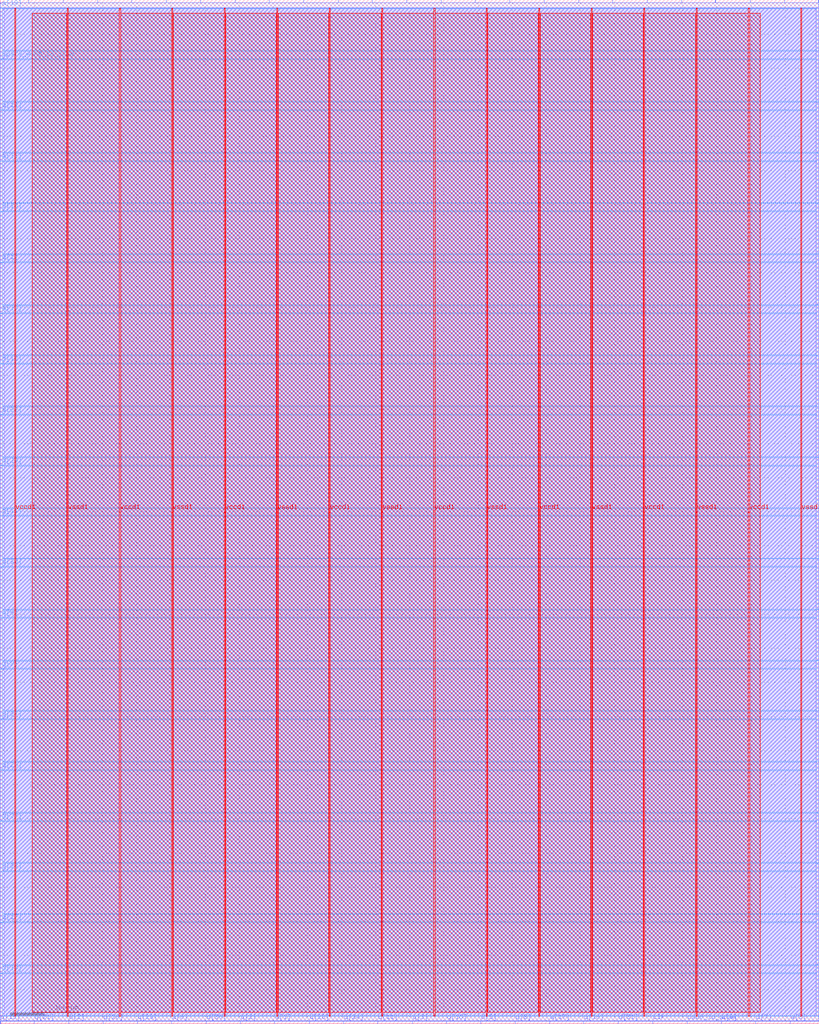
<source format=lef>
VERSION 5.7 ;
  NOWIREEXTENSIONATPIN ON ;
  DIVIDERCHAR "/" ;
  BUSBITCHARS "[]" ;
MACRO custom_sram
  CLASS BLOCK ;
  FOREIGN custom_sram ;
  ORIGIN 0.000 0.000 ;
  SIZE 1200.000 BY 1500.000 ;
  PIN a[0]
    DIRECTION INPUT ;
    USE SIGNAL ;
    PORT
      LAYER met2 ;
        RECT 251.250 0.000 251.530 4.000 ;
    END
  END a[0]
  PIN a[10]
    DIRECTION INPUT ;
    USE SIGNAL ;
    PORT
      LAYER met3 ;
        RECT 0.000 1040.440 4.000 1041.040 ;
    END
  END a[10]
  PIN a[11]
    DIRECTION INPUT ;
    USE SIGNAL ;
    PORT
      LAYER met3 ;
        RECT 0.000 1263.480 4.000 1264.080 ;
    END
  END a[11]
  PIN a[12]
    DIRECTION INPUT ;
    USE SIGNAL ;
    PORT
      LAYER met2 ;
        RECT 595.330 1496.000 595.610 1500.000 ;
    END
  END a[12]
  PIN a[13]
    DIRECTION INPUT ;
    USE SIGNAL ;
    PORT
      LAYER met2 ;
        RECT 242.970 1496.000 243.250 1500.000 ;
    END
  END a[13]
  PIN a[14]
    DIRECTION INPUT ;
    USE SIGNAL ;
    PORT
      LAYER met3 ;
        RECT 1196.000 160.520 1200.000 161.120 ;
    END
  END a[14]
  PIN a[15]
    DIRECTION INPUT ;
    USE SIGNAL ;
    PORT
      LAYER met3 ;
        RECT 1196.000 1202.280 1200.000 1202.880 ;
    END
  END a[15]
  PIN a[16]
    DIRECTION INPUT ;
    USE SIGNAL ;
    PORT
      LAYER met3 ;
        RECT 1196.000 235.320 1200.000 235.920 ;
    END
  END a[16]
  PIN a[17]
    DIRECTION INPUT ;
    USE SIGNAL ;
    PORT
      LAYER met2 ;
        RECT 805.090 0.000 805.370 4.000 ;
    END
  END a[17]
  PIN a[18]
    DIRECTION INPUT ;
    USE SIGNAL ;
    PORT
      LAYER met3 ;
        RECT 1196.000 1350.520 1200.000 1351.120 ;
    END
  END a[18]
  PIN a[19]
    DIRECTION INPUT ;
    USE SIGNAL ;
    PORT
      LAYER met3 ;
        RECT 0.000 1487.880 4.000 1488.480 ;
    END
  END a[19]
  PIN a[1]
    DIRECTION INPUT ;
    USE SIGNAL ;
    PORT
      LAYER met2 ;
        RECT 402.130 0.000 402.410 4.000 ;
    END
  END a[1]
  PIN a[2]
    DIRECTION INPUT ;
    USE SIGNAL ;
    PORT
      LAYER met3 ;
        RECT 1196.000 1052.680 1200.000 1053.280 ;
    END
  END a[2]
  PIN a[3]
    DIRECTION INPUT ;
    USE SIGNAL ;
    PORT
      LAYER met2 ;
        RECT 1157.450 0.000 1157.730 4.000 ;
    END
  END a[3]
  PIN a[4]
    DIRECTION INPUT ;
    USE SIGNAL ;
    PORT
      LAYER met3 ;
        RECT 1196.000 904.440 1200.000 905.040 ;
    END
  END a[4]
  PIN a[5]
    DIRECTION INPUT ;
    USE SIGNAL ;
    PORT
      LAYER met3 ;
        RECT 0.000 594.360 4.000 594.960 ;
    END
  END a[5]
  PIN a[6]
    DIRECTION INPUT ;
    USE SIGNAL ;
    PORT
      LAYER met2 ;
        RECT 1149.170 1496.000 1149.450 1500.000 ;
    END
  END a[6]
  PIN a[7]
    DIRECTION INPUT ;
    USE SIGNAL ;
    PORT
      LAYER met3 ;
        RECT 1196.000 458.360 1200.000 458.960 ;
    END
  END a[7]
  PIN a[8]
    DIRECTION INPUT ;
    USE SIGNAL ;
    PORT
      LAYER met2 ;
        RECT 544.730 1496.000 545.010 1500.000 ;
    END
  END a[8]
  PIN a[9]
    DIRECTION INPUT ;
    USE SIGNAL ;
    PORT
      LAYER met2 ;
        RECT 1056.250 0.000 1056.530 4.000 ;
    END
  END a[9]
  PIN clk
    DIRECTION INPUT ;
    USE SIGNAL ;
    PORT
      LAYER met2 ;
        RECT 955.970 0.000 956.250 4.000 ;
    END
  END clk
  PIN csb0_to_sram
    DIRECTION INPUT ;
    USE SIGNAL ;
    PORT
      LAYER met2 ;
        RECT 1006.570 0.000 1006.850 4.000 ;
    END
  END csb0_to_sram
  PIN d[0]
    DIRECTION INPUT ;
    USE SIGNAL ;
    PORT
      LAYER met2 ;
        RECT 796.810 1496.000 797.090 1500.000 ;
    END
  END d[0]
  PIN d[10]
    DIRECTION INPUT ;
    USE SIGNAL ;
    PORT
      LAYER met3 ;
        RECT 1196.000 979.240 1200.000 979.840 ;
    END
  END d[10]
  PIN d[11]
    DIRECTION INPUT ;
    USE SIGNAL ;
    PORT
      LAYER met2 ;
        RECT 553.010 0.000 553.290 4.000 ;
    END
  END d[11]
  PIN d[12]
    DIRECTION INPUT ;
    USE SIGNAL ;
    PORT
      LAYER met3 ;
        RECT 0.000 967.000 4.000 967.600 ;
    END
  END d[12]
  PIN d[13]
    DIRECTION INPUT ;
    USE SIGNAL ;
    PORT
      LAYER met3 ;
        RECT 1196.000 531.800 1200.000 532.400 ;
    END
  END d[13]
  PIN d[14]
    DIRECTION INPUT ;
    USE SIGNAL ;
    PORT
      LAYER met2 ;
        RECT 695.610 1496.000 695.890 1500.000 ;
    END
  END d[14]
  PIN d[15]
    DIRECTION INPUT ;
    USE SIGNAL ;
    PORT
      LAYER met3 ;
        RECT 0.000 1190.040 4.000 1190.640 ;
    END
  END d[15]
  PIN d[16]
    DIRECTION INPUT ;
    USE SIGNAL ;
    PORT
      LAYER met2 ;
        RECT 897.090 1496.000 897.370 1500.000 ;
    END
  END d[16]
  PIN d[17]
    DIRECTION INPUT ;
    USE SIGNAL ;
    PORT
      LAYER met3 ;
        RECT 0.000 148.280 4.000 148.880 ;
    END
  END d[17]
  PIN d[18]
    DIRECTION INPUT ;
    USE SIGNAL ;
    PORT
      LAYER met3 ;
        RECT 1196.000 1127.480 1200.000 1128.080 ;
    END
  END d[18]
  PIN d[19]
    DIRECTION INPUT ;
    USE SIGNAL ;
    PORT
      LAYER met3 ;
        RECT 0.000 73.480 4.000 74.080 ;
    END
  END d[19]
  PIN d[1]
    DIRECTION INPUT ;
    USE SIGNAL ;
    PORT
      LAYER met2 ;
        RECT 645.930 1496.000 646.210 1500.000 ;
    END
  END d[1]
  PIN d[20]
    DIRECTION INPUT ;
    USE SIGNAL ;
    PORT
      LAYER met3 ;
        RECT 0.000 371.320 4.000 371.920 ;
    END
  END d[20]
  PIN d[21]
    DIRECTION INPUT ;
    USE SIGNAL ;
    PORT
      LAYER met3 ;
        RECT 0.000 892.200 4.000 892.800 ;
    END
  END d[21]
  PIN d[22]
    DIRECTION INPUT ;
    USE SIGNAL ;
    PORT
      LAYER met2 ;
        RECT 847.410 1496.000 847.690 1500.000 ;
    END
  END d[22]
  PIN d[23]
    DIRECTION INPUT ;
    USE SIGNAL ;
    PORT
      LAYER met2 ;
        RECT 1047.970 1496.000 1048.250 1500.000 ;
    END
  END d[23]
  PIN d[24]
    DIRECTION INPUT ;
    USE SIGNAL ;
    PORT
      LAYER met2 ;
        RECT 92.090 1496.000 92.370 1500.000 ;
    END
  END d[24]
  PIN d[25]
    DIRECTION INPUT ;
    USE SIGNAL ;
    PORT
      LAYER met2 ;
        RECT 142.690 1496.000 142.970 1500.000 ;
    END
  END d[25]
  PIN d[26]
    DIRECTION INPUT ;
    USE SIGNAL ;
    PORT
      LAYER met2 ;
        RECT 452.730 0.000 453.010 4.000 ;
    END
  END d[26]
  PIN d[27]
    DIRECTION INPUT ;
    USE SIGNAL ;
    PORT
      LAYER met3 ;
        RECT 0.000 296.520 4.000 297.120 ;
    END
  END d[27]
  PIN d[28]
    DIRECTION INPUT ;
    USE SIGNAL ;
    PORT
      LAYER met3 ;
        RECT 1196.000 1275.720 1200.000 1276.320 ;
    END
  END d[28]
  PIN d[29]
    DIRECTION INPUT ;
    USE SIGNAL ;
    PORT
      LAYER met3 ;
        RECT 0.000 817.400 4.000 818.000 ;
    END
  END d[29]
  PIN d[2]
    DIRECTION INPUT ;
    USE SIGNAL ;
    PORT
      LAYER met2 ;
        RECT 100.370 0.000 100.650 4.000 ;
    END
  END d[2]
  PIN d[30]
    DIRECTION INPUT ;
    USE SIGNAL ;
    PORT
      LAYER met2 ;
        RECT 301.850 0.000 302.130 4.000 ;
    END
  END d[30]
  PIN d[31]
    DIRECTION INPUT ;
    USE SIGNAL ;
    PORT
      LAYER met2 ;
        RECT 905.370 0.000 905.650 4.000 ;
    END
  END d[31]
  PIN d[3]
    DIRECTION INPUT ;
    USE SIGNAL ;
    PORT
      LAYER met3 ;
        RECT 1196.000 383.560 1200.000 384.160 ;
    END
  END d[3]
  PIN d[4]
    DIRECTION INPUT ;
    USE SIGNAL ;
    PORT
      LAYER met3 ;
        RECT 1196.000 85.720 1200.000 86.320 ;
    END
  END d[4]
  PIN d[5]
    DIRECTION INPUT ;
    USE SIGNAL ;
    PORT
      LAYER met2 ;
        RECT 703.890 0.000 704.170 4.000 ;
    END
  END d[5]
  PIN d[6]
    DIRECTION INPUT ;
    USE SIGNAL ;
    PORT
      LAYER met2 ;
        RECT 41.490 1496.000 41.770 1500.000 ;
    END
  END d[6]
  PIN d[7]
    DIRECTION INPUT ;
    USE SIGNAL ;
    PORT
      LAYER met2 ;
        RECT 1106.850 0.000 1107.130 4.000 ;
    END
  END d[7]
  PIN d[8]
    DIRECTION INPUT ;
    USE SIGNAL ;
    PORT
      LAYER met2 ;
        RECT 393.850 1496.000 394.130 1500.000 ;
    END
  END d[8]
  PIN d[9]
    DIRECTION INPUT ;
    USE SIGNAL ;
    PORT
      LAYER met3 ;
        RECT 1196.000 308.760 1200.000 309.360 ;
    END
  END d[9]
  PIN q[0]
    DIRECTION OUTPUT TRISTATE ;
    USE SIGNAL ;
    PORT
      LAYER met3 ;
        RECT 1196.000 681.400 1200.000 682.000 ;
    END
  END q[0]
  PIN q[10]
    DIRECTION OUTPUT TRISTATE ;
    USE SIGNAL ;
    PORT
      LAYER met2 ;
        RECT 854.770 0.000 855.050 4.000 ;
    END
  END q[10]
  PIN q[11]
    DIRECTION OUTPUT TRISTATE ;
    USE SIGNAL ;
    PORT
      LAYER met3 ;
        RECT 0.000 743.960 4.000 744.560 ;
    END
  END q[11]
  PIN q[12]
    DIRECTION OUTPUT TRISTATE ;
    USE SIGNAL ;
    PORT
      LAYER met2 ;
        RECT 293.570 1496.000 293.850 1500.000 ;
    END
  END q[12]
  PIN q[13]
    DIRECTION OUTPUT TRISTATE ;
    USE SIGNAL ;
    PORT
      LAYER met2 ;
        RECT 495.050 1496.000 495.330 1500.000 ;
    END
  END q[13]
  PIN q[14]
    DIRECTION OUTPUT TRISTATE ;
    USE SIGNAL ;
    PORT
      LAYER met3 ;
        RECT 0.000 1338.280 4.000 1338.880 ;
    END
  END q[14]
  PIN q[15]
    DIRECTION OUTPUT TRISTATE ;
    USE SIGNAL ;
    PORT
      LAYER met2 ;
        RECT 0.090 0.000 0.370 4.000 ;
    END
  END q[15]
  PIN q[16]
    DIRECTION OUTPUT TRISTATE ;
    USE SIGNAL ;
    PORT
      LAYER met2 ;
        RECT 654.210 0.000 654.490 4.000 ;
    END
  END q[16]
  PIN q[17]
    DIRECTION OUTPUT TRISTATE ;
    USE SIGNAL ;
    PORT
      LAYER met2 ;
        RECT 444.450 1496.000 444.730 1500.000 ;
    END
  END q[17]
  PIN q[18]
    DIRECTION OUTPUT TRISTATE ;
    USE SIGNAL ;
    PORT
      LAYER met2 ;
        RECT 746.210 1496.000 746.490 1500.000 ;
    END
  END q[18]
  PIN q[19]
    DIRECTION OUTPUT TRISTATE ;
    USE SIGNAL ;
    PORT
      LAYER met2 ;
        RECT 1098.570 1496.000 1098.850 1500.000 ;
    END
  END q[19]
  PIN q[1]
    DIRECTION OUTPUT TRISTATE ;
    USE SIGNAL ;
    PORT
      LAYER met3 ;
        RECT 0.000 1115.240 4.000 1115.840 ;
    END
  END q[1]
  PIN q[20]
    DIRECTION OUTPUT TRISTATE ;
    USE SIGNAL ;
    PORT
      LAYER met2 ;
        RECT 150.970 0.000 151.250 4.000 ;
    END
  END q[20]
  PIN q[21]
    DIRECTION OUTPUT TRISTATE ;
    USE SIGNAL ;
    PORT
      LAYER met2 ;
        RECT 49.770 0.000 50.050 4.000 ;
    END
  END q[21]
  PIN q[22]
    DIRECTION OUTPUT TRISTATE ;
    USE SIGNAL ;
    PORT
      LAYER met2 ;
        RECT 1198.850 1496.000 1199.130 1500.000 ;
    END
  END q[22]
  PIN q[23]
    DIRECTION OUTPUT TRISTATE ;
    USE SIGNAL ;
    PORT
      LAYER met3 ;
        RECT 0.000 223.080 4.000 223.680 ;
    END
  END q[23]
  PIN q[24]
    DIRECTION OUTPUT TRISTATE ;
    USE SIGNAL ;
    PORT
      LAYER met2 ;
        RECT 503.330 0.000 503.610 4.000 ;
    END
  END q[24]
  PIN q[25]
    DIRECTION OUTPUT TRISTATE ;
    USE SIGNAL ;
    PORT
      LAYER met3 ;
        RECT 1196.000 1425.320 1200.000 1425.920 ;
    END
  END q[25]
  PIN q[26]
    DIRECTION OUTPUT TRISTATE ;
    USE SIGNAL ;
    PORT
      LAYER met3 ;
        RECT 1196.000 10.920 1200.000 11.520 ;
    END
  END q[26]
  PIN q[27]
    DIRECTION OUTPUT TRISTATE ;
    USE SIGNAL ;
    PORT
      LAYER met3 ;
        RECT 0.000 446.120 4.000 446.720 ;
    END
  END q[27]
  PIN q[28]
    DIRECTION OUTPUT TRISTATE ;
    USE SIGNAL ;
    PORT
      LAYER met3 ;
        RECT 1196.000 754.840 1200.000 755.440 ;
    END
  END q[28]
  PIN q[29]
    DIRECTION OUTPUT TRISTATE ;
    USE SIGNAL ;
    PORT
      LAYER met2 ;
        RECT 200.650 0.000 200.930 4.000 ;
    END
  END q[29]
  PIN q[2]
    DIRECTION OUTPUT TRISTATE ;
    USE SIGNAL ;
    PORT
      LAYER met2 ;
        RECT 351.530 0.000 351.810 4.000 ;
    END
  END q[2]
  PIN q[30]
    DIRECTION OUTPUT TRISTATE ;
    USE SIGNAL ;
    PORT
      LAYER met3 ;
        RECT 0.000 669.160 4.000 669.760 ;
    END
  END q[30]
  PIN q[31]
    DIRECTION OUTPUT TRISTATE ;
    USE SIGNAL ;
    PORT
      LAYER met3 ;
        RECT 1196.000 829.640 1200.000 830.240 ;
    END
  END q[31]
  PIN q[3]
    DIRECTION OUTPUT TRISTATE ;
    USE SIGNAL ;
    PORT
      LAYER met2 ;
        RECT 603.610 0.000 603.890 4.000 ;
    END
  END q[3]
  PIN q[4]
    DIRECTION OUTPUT TRISTATE ;
    USE SIGNAL ;
    PORT
      LAYER met2 ;
        RECT 998.290 1496.000 998.570 1500.000 ;
    END
  END q[4]
  PIN q[5]
    DIRECTION OUTPUT TRISTATE ;
    USE SIGNAL ;
    PORT
      LAYER met2 ;
        RECT 947.690 1496.000 947.970 1500.000 ;
    END
  END q[5]
  PIN q[6]
    DIRECTION OUTPUT TRISTATE ;
    USE SIGNAL ;
    PORT
      LAYER met2 ;
        RECT 192.370 1496.000 192.650 1500.000 ;
    END
  END q[6]
  PIN q[7]
    DIRECTION OUTPUT TRISTATE ;
    USE SIGNAL ;
    PORT
      LAYER met2 ;
        RECT 344.170 1496.000 344.450 1500.000 ;
    END
  END q[7]
  PIN q[8]
    DIRECTION OUTPUT TRISTATE ;
    USE SIGNAL ;
    PORT
      LAYER met2 ;
        RECT 754.490 0.000 754.770 4.000 ;
    END
  END q[8]
  PIN q[9]
    DIRECTION OUTPUT TRISTATE ;
    USE SIGNAL ;
    PORT
      LAYER met3 ;
        RECT 0.000 519.560 4.000 520.160 ;
    END
  END q[9]
  PIN spare_wen0_to_sram
    DIRECTION INPUT ;
    USE SIGNAL ;
    PORT
      LAYER met3 ;
        RECT 0.000 1413.080 4.000 1413.680 ;
    END
  END spare_wen0_to_sram
  PIN vccd1
    DIRECTION INPUT ;
    USE POWER ;
    PORT
      LAYER met4 ;
        RECT 21.040 10.640 22.640 1488.080 ;
    END
    PORT
      LAYER met4 ;
        RECT 174.640 10.640 176.240 1488.080 ;
    END
    PORT
      LAYER met4 ;
        RECT 328.240 10.640 329.840 1488.080 ;
    END
    PORT
      LAYER met4 ;
        RECT 481.840 10.640 483.440 1488.080 ;
    END
    PORT
      LAYER met4 ;
        RECT 635.440 10.640 637.040 1488.080 ;
    END
    PORT
      LAYER met4 ;
        RECT 789.040 10.640 790.640 1488.080 ;
    END
    PORT
      LAYER met4 ;
        RECT 942.640 10.640 944.240 1488.080 ;
    END
    PORT
      LAYER met4 ;
        RECT 1096.240 10.640 1097.840 1488.080 ;
    END
  END vccd1
  PIN vssd1
    DIRECTION INPUT ;
    USE GROUND ;
    PORT
      LAYER met4 ;
        RECT 97.840 10.640 99.440 1488.080 ;
    END
    PORT
      LAYER met4 ;
        RECT 251.440 10.640 253.040 1488.080 ;
    END
    PORT
      LAYER met4 ;
        RECT 405.040 10.640 406.640 1488.080 ;
    END
    PORT
      LAYER met4 ;
        RECT 558.640 10.640 560.240 1488.080 ;
    END
    PORT
      LAYER met4 ;
        RECT 712.240 10.640 713.840 1488.080 ;
    END
    PORT
      LAYER met4 ;
        RECT 865.840 10.640 867.440 1488.080 ;
    END
    PORT
      LAYER met4 ;
        RECT 1019.440 10.640 1021.040 1488.080 ;
    END
    PORT
      LAYER met4 ;
        RECT 1173.040 10.640 1174.640 1488.080 ;
    END
  END vssd1
  PIN we
    DIRECTION INPUT ;
    USE SIGNAL ;
    PORT
      LAYER met3 ;
        RECT 1196.000 606.600 1200.000 607.200 ;
    END
  END we
  OBS
      LAYER li1 ;
        RECT 5.520 10.795 1194.935 1487.925 ;
      LAYER met1 ;
        RECT 0.070 10.640 1199.150 1488.480 ;
      LAYER met2 ;
        RECT 0.100 1495.720 41.210 1496.000 ;
        RECT 42.050 1495.720 91.810 1496.000 ;
        RECT 92.650 1495.720 142.410 1496.000 ;
        RECT 143.250 1495.720 192.090 1496.000 ;
        RECT 192.930 1495.720 242.690 1496.000 ;
        RECT 243.530 1495.720 293.290 1496.000 ;
        RECT 294.130 1495.720 343.890 1496.000 ;
        RECT 344.730 1495.720 393.570 1496.000 ;
        RECT 394.410 1495.720 444.170 1496.000 ;
        RECT 445.010 1495.720 494.770 1496.000 ;
        RECT 495.610 1495.720 544.450 1496.000 ;
        RECT 545.290 1495.720 595.050 1496.000 ;
        RECT 595.890 1495.720 645.650 1496.000 ;
        RECT 646.490 1495.720 695.330 1496.000 ;
        RECT 696.170 1495.720 745.930 1496.000 ;
        RECT 746.770 1495.720 796.530 1496.000 ;
        RECT 797.370 1495.720 847.130 1496.000 ;
        RECT 847.970 1495.720 896.810 1496.000 ;
        RECT 897.650 1495.720 947.410 1496.000 ;
        RECT 948.250 1495.720 998.010 1496.000 ;
        RECT 998.850 1495.720 1047.690 1496.000 ;
        RECT 1048.530 1495.720 1098.290 1496.000 ;
        RECT 1099.130 1495.720 1148.890 1496.000 ;
        RECT 1149.730 1495.720 1198.570 1496.000 ;
        RECT 0.100 4.280 1199.120 1495.720 ;
        RECT 0.650 3.670 49.490 4.280 ;
        RECT 50.330 3.670 100.090 4.280 ;
        RECT 100.930 3.670 150.690 4.280 ;
        RECT 151.530 3.670 200.370 4.280 ;
        RECT 201.210 3.670 250.970 4.280 ;
        RECT 251.810 3.670 301.570 4.280 ;
        RECT 302.410 3.670 351.250 4.280 ;
        RECT 352.090 3.670 401.850 4.280 ;
        RECT 402.690 3.670 452.450 4.280 ;
        RECT 453.290 3.670 503.050 4.280 ;
        RECT 503.890 3.670 552.730 4.280 ;
        RECT 553.570 3.670 603.330 4.280 ;
        RECT 604.170 3.670 653.930 4.280 ;
        RECT 654.770 3.670 703.610 4.280 ;
        RECT 704.450 3.670 754.210 4.280 ;
        RECT 755.050 3.670 804.810 4.280 ;
        RECT 805.650 3.670 854.490 4.280 ;
        RECT 855.330 3.670 905.090 4.280 ;
        RECT 905.930 3.670 955.690 4.280 ;
        RECT 956.530 3.670 1006.290 4.280 ;
        RECT 1007.130 3.670 1055.970 4.280 ;
        RECT 1056.810 3.670 1106.570 4.280 ;
        RECT 1107.410 3.670 1157.170 4.280 ;
        RECT 1158.010 3.670 1199.120 4.280 ;
      LAYER met3 ;
        RECT 4.400 1487.480 1196.000 1488.005 ;
        RECT 4.000 1426.320 1196.000 1487.480 ;
        RECT 4.000 1424.920 1195.600 1426.320 ;
        RECT 4.000 1414.080 1196.000 1424.920 ;
        RECT 4.400 1412.680 1196.000 1414.080 ;
        RECT 4.000 1351.520 1196.000 1412.680 ;
        RECT 4.000 1350.120 1195.600 1351.520 ;
        RECT 4.000 1339.280 1196.000 1350.120 ;
        RECT 4.400 1337.880 1196.000 1339.280 ;
        RECT 4.000 1276.720 1196.000 1337.880 ;
        RECT 4.000 1275.320 1195.600 1276.720 ;
        RECT 4.000 1264.480 1196.000 1275.320 ;
        RECT 4.400 1263.080 1196.000 1264.480 ;
        RECT 4.000 1203.280 1196.000 1263.080 ;
        RECT 4.000 1201.880 1195.600 1203.280 ;
        RECT 4.000 1191.040 1196.000 1201.880 ;
        RECT 4.400 1189.640 1196.000 1191.040 ;
        RECT 4.000 1128.480 1196.000 1189.640 ;
        RECT 4.000 1127.080 1195.600 1128.480 ;
        RECT 4.000 1116.240 1196.000 1127.080 ;
        RECT 4.400 1114.840 1196.000 1116.240 ;
        RECT 4.000 1053.680 1196.000 1114.840 ;
        RECT 4.000 1052.280 1195.600 1053.680 ;
        RECT 4.000 1041.440 1196.000 1052.280 ;
        RECT 4.400 1040.040 1196.000 1041.440 ;
        RECT 4.000 980.240 1196.000 1040.040 ;
        RECT 4.000 978.840 1195.600 980.240 ;
        RECT 4.000 968.000 1196.000 978.840 ;
        RECT 4.400 966.600 1196.000 968.000 ;
        RECT 4.000 905.440 1196.000 966.600 ;
        RECT 4.000 904.040 1195.600 905.440 ;
        RECT 4.000 893.200 1196.000 904.040 ;
        RECT 4.400 891.800 1196.000 893.200 ;
        RECT 4.000 830.640 1196.000 891.800 ;
        RECT 4.000 829.240 1195.600 830.640 ;
        RECT 4.000 818.400 1196.000 829.240 ;
        RECT 4.400 817.000 1196.000 818.400 ;
        RECT 4.000 755.840 1196.000 817.000 ;
        RECT 4.000 754.440 1195.600 755.840 ;
        RECT 4.000 744.960 1196.000 754.440 ;
        RECT 4.400 743.560 1196.000 744.960 ;
        RECT 4.000 682.400 1196.000 743.560 ;
        RECT 4.000 681.000 1195.600 682.400 ;
        RECT 4.000 670.160 1196.000 681.000 ;
        RECT 4.400 668.760 1196.000 670.160 ;
        RECT 4.000 607.600 1196.000 668.760 ;
        RECT 4.000 606.200 1195.600 607.600 ;
        RECT 4.000 595.360 1196.000 606.200 ;
        RECT 4.400 593.960 1196.000 595.360 ;
        RECT 4.000 532.800 1196.000 593.960 ;
        RECT 4.000 531.400 1195.600 532.800 ;
        RECT 4.000 520.560 1196.000 531.400 ;
        RECT 4.400 519.160 1196.000 520.560 ;
        RECT 4.000 459.360 1196.000 519.160 ;
        RECT 4.000 457.960 1195.600 459.360 ;
        RECT 4.000 447.120 1196.000 457.960 ;
        RECT 4.400 445.720 1196.000 447.120 ;
        RECT 4.000 384.560 1196.000 445.720 ;
        RECT 4.000 383.160 1195.600 384.560 ;
        RECT 4.000 372.320 1196.000 383.160 ;
        RECT 4.400 370.920 1196.000 372.320 ;
        RECT 4.000 309.760 1196.000 370.920 ;
        RECT 4.000 308.360 1195.600 309.760 ;
        RECT 4.000 297.520 1196.000 308.360 ;
        RECT 4.400 296.120 1196.000 297.520 ;
        RECT 4.000 236.320 1196.000 296.120 ;
        RECT 4.000 234.920 1195.600 236.320 ;
        RECT 4.000 224.080 1196.000 234.920 ;
        RECT 4.400 222.680 1196.000 224.080 ;
        RECT 4.000 161.520 1196.000 222.680 ;
        RECT 4.000 160.120 1195.600 161.520 ;
        RECT 4.000 149.280 1196.000 160.120 ;
        RECT 4.400 147.880 1196.000 149.280 ;
        RECT 4.000 86.720 1196.000 147.880 ;
        RECT 4.000 85.320 1195.600 86.720 ;
        RECT 4.000 74.480 1196.000 85.320 ;
        RECT 4.400 73.080 1196.000 74.480 ;
        RECT 4.000 11.920 1196.000 73.080 ;
        RECT 4.000 10.715 1195.600 11.920 ;
      LAYER met4 ;
        RECT 47.215 17.175 97.440 1480.865 ;
        RECT 99.840 17.175 174.240 1480.865 ;
        RECT 176.640 17.175 251.040 1480.865 ;
        RECT 253.440 17.175 327.840 1480.865 ;
        RECT 330.240 17.175 404.640 1480.865 ;
        RECT 407.040 17.175 481.440 1480.865 ;
        RECT 483.840 17.175 558.240 1480.865 ;
        RECT 560.640 17.175 635.040 1480.865 ;
        RECT 637.440 17.175 711.840 1480.865 ;
        RECT 714.240 17.175 788.640 1480.865 ;
        RECT 791.040 17.175 865.440 1480.865 ;
        RECT 867.840 17.175 942.240 1480.865 ;
        RECT 944.640 17.175 1019.040 1480.865 ;
        RECT 1021.440 17.175 1095.840 1480.865 ;
        RECT 1098.240 17.175 1113.825 1480.865 ;
  END
END custom_sram
END LIBRARY


</source>
